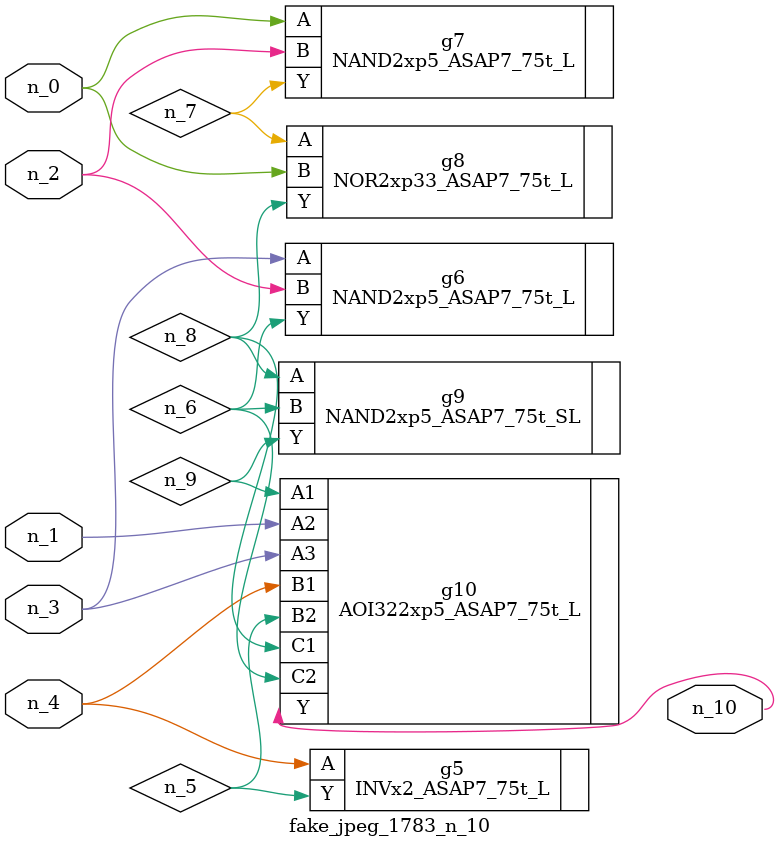
<source format=v>
module fake_jpeg_1783_n_10 (n_3, n_2, n_1, n_0, n_4, n_10);

input n_3;
input n_2;
input n_1;
input n_0;
input n_4;

output n_10;

wire n_8;
wire n_9;
wire n_6;
wire n_5;
wire n_7;

INVx2_ASAP7_75t_L g5 ( 
.A(n_4),
.Y(n_5)
);

NAND2xp5_ASAP7_75t_L g6 ( 
.A(n_3),
.B(n_2),
.Y(n_6)
);

NAND2xp5_ASAP7_75t_L g7 ( 
.A(n_0),
.B(n_2),
.Y(n_7)
);

NOR2xp33_ASAP7_75t_L g8 ( 
.A(n_7),
.B(n_0),
.Y(n_8)
);

NAND2xp5_ASAP7_75t_SL g9 ( 
.A(n_8),
.B(n_6),
.Y(n_9)
);

AOI322xp5_ASAP7_75t_L g10 ( 
.A1(n_9),
.A2(n_1),
.A3(n_3),
.B1(n_4),
.B2(n_5),
.C1(n_8),
.C2(n_6),
.Y(n_10)
);


endmodule
</source>
